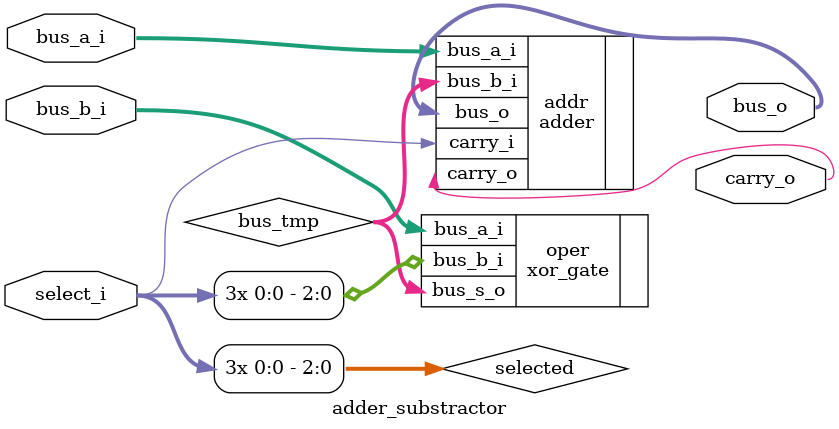
<source format=sv>
/* 
 *
 *
 * @file  adder_substractor.sv
 * @autor Luis Arturo Mora Granados
 * @date  14/09/2018
 * @src   Based on code found in Harris, D., & Harris, S. 
 *        Digital design and computer architecture. Elsevier. 2012.
 */

module adder_substractor #(parameter WIDTH = 3)
(
     input logic [WIDTH-1:0] bus_a_i, bus_b_i,
     input logic             select_i,
    output logic [WIDTH-1:0] bus_o,
    output logic             carry_o
);
    
    logic[WIDTH-1:0] bus_tmp, selected;
    genvar i;
    generate 
        for (i = 0; i < WIDTH; i = i+1) begin:forloop
            assign selected[i] = select_i;
        end
    endgenerate
    xor_gate #(WIDTH) oper(.bus_a_i(bus_b_i),
                          .bus_b_i(selected), 
                          .bus_s_o(bus_tmp));
    adder    #(WIDTH) addr(.bus_a_i(bus_a_i),
                          .bus_b_i(bus_tmp),
                          .carry_i(select_i),
                          .bus_o(bus_o),
                          .carry_o(carry_o));
endmodule

</source>
